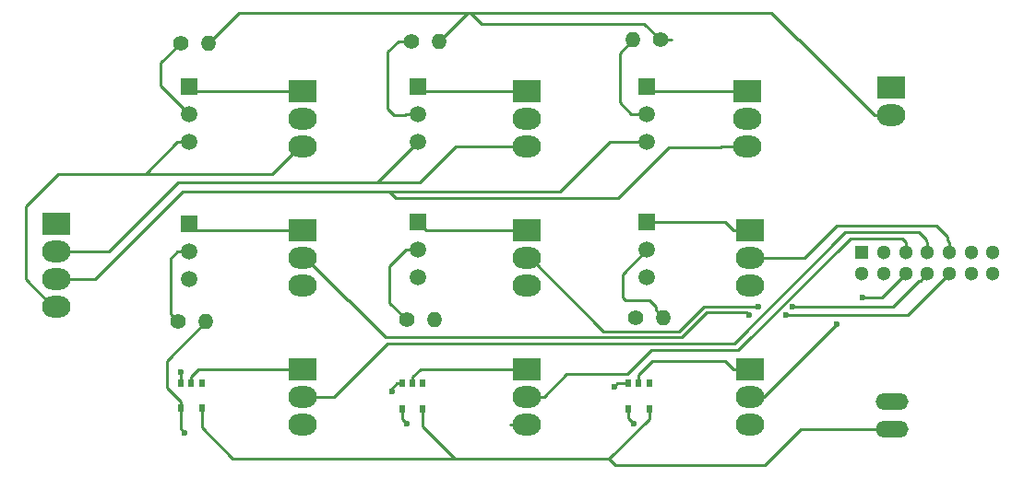
<source format=gbr>
G04 #@! TF.GenerationSoftware,KiCad,Pcbnew,(5.0.0)*
G04 #@! TF.CreationDate,2018-08-01T11:46:43+01:00*
G04 #@! TF.ProjectId,blanking,626C616E6B696E672E6B696361645F70,rev?*
G04 #@! TF.SameCoordinates,Original*
G04 #@! TF.FileFunction,Copper,L1,Top,Signal*
G04 #@! TF.FilePolarity,Positive*
%FSLAX46Y46*%
G04 Gerber Fmt 4.6, Leading zero omitted, Abs format (unit mm)*
G04 Created by KiCad (PCBNEW (5.0.0)) date 08/01/18 11:46:43*
%MOMM*%
%LPD*%
G01*
G04 APERTURE LIST*
G04 #@! TA.AperFunction,ComponentPad*
%ADD10R,2.600000X2.000000*%
G04 #@! TD*
G04 #@! TA.AperFunction,ComponentPad*
%ADD11O,2.600000X2.000000*%
G04 #@! TD*
G04 #@! TA.AperFunction,SMDPad,CuDef*
%ADD12R,0.510000X0.700000*%
G04 #@! TD*
G04 #@! TA.AperFunction,ComponentPad*
%ADD13R,1.300000X1.300000*%
G04 #@! TD*
G04 #@! TA.AperFunction,ComponentPad*
%ADD14C,1.300000*%
G04 #@! TD*
G04 #@! TA.AperFunction,ComponentPad*
%ADD15O,3.010000X1.510000*%
G04 #@! TD*
G04 #@! TA.AperFunction,ComponentPad*
%ADD16C,1.520000*%
G04 #@! TD*
G04 #@! TA.AperFunction,ComponentPad*
%ADD17R,1.520000X1.520000*%
G04 #@! TD*
G04 #@! TA.AperFunction,ComponentPad*
%ADD18C,1.400000*%
G04 #@! TD*
G04 #@! TA.AperFunction,ComponentPad*
%ADD19O,1.400000X1.400000*%
G04 #@! TD*
G04 #@! TA.AperFunction,ViaPad*
%ADD20C,0.600000*%
G04 #@! TD*
G04 #@! TA.AperFunction,Conductor*
%ADD21C,0.250000*%
G04 #@! TD*
G04 APERTURE END LIST*
D10*
G04 #@! TO.P,J8_Green_Enab,1*
G04 #@! TO.N,Net-(J8-Pad1)*
X242450000Y-61275000D03*
D11*
G04 #@! TO.P,J8_Green_Enab,2*
G04 #@! TO.N,Net-(J5-Pad9)*
X242450000Y-63815000D03*
G04 #@! TO.P,J8_Green_Enab,3*
G04 #@! TO.N,Net-(J12-Pad2)*
X242450000Y-66355000D03*
G04 #@! TD*
D10*
G04 #@! TO.P,J12_green_blank,1*
G04 #@! TO.N,Net-(J12-Pad1)*
X242200000Y-48525000D03*
D11*
G04 #@! TO.P,J12_green_blank,2*
G04 #@! TO.N,Net-(J12-Pad2)*
X242200000Y-51065000D03*
G04 #@! TO.P,J12_green_blank,3*
G04 #@! TO.N,Net-(J12-Pad3)*
X242200000Y-53605000D03*
G04 #@! TD*
D12*
G04 #@! TO.P,U2,1*
G04 #@! TO.N,N/C*
X212400000Y-75365000D03*
G04 #@! TO.P,U2,2*
G04 #@! TO.N,Net-(J3-Pad1)*
X211450000Y-75365000D03*
G04 #@! TO.P,U2,3*
G04 #@! TO.N,GND*
X210500000Y-75365000D03*
G04 #@! TO.P,U2,4*
G04 #@! TO.N,Net-(J3-Pad3)*
X210500000Y-77685000D03*
G04 #@! TO.P,U2,5*
G04 #@! TO.N,Net-(J14-Pad1)*
X212400000Y-77685000D03*
G04 #@! TD*
D10*
G04 #@! TO.P,J1_Blue_enab,1*
G04 #@! TO.N,Net-(J1-Pad1)*
X201350000Y-74075000D03*
D11*
G04 #@! TO.P,J1_Blue_enab,2*
G04 #@! TO.N,Net-(J1-Pad2)*
X201350000Y-76615000D03*
G04 #@! TO.P,J1_Blue_enab,3*
G04 #@! TO.N,Net-(J1-Pad3)*
X201350000Y-79155000D03*
G04 #@! TD*
D10*
G04 #@! TO.P,J2_Green_PWM,1*
G04 #@! TO.N,Net-(J2-Pad1)*
X242450000Y-74025000D03*
D11*
G04 #@! TO.P,J2_Green_PWM,2*
G04 #@! TO.N,Net-(J2-Pad2)*
X242450000Y-76565000D03*
G04 #@! TO.P,J2_Green_PWM,3*
G04 #@! TO.N,Net-(J2-Pad3)*
X242450000Y-79105000D03*
G04 #@! TD*
D10*
G04 #@! TO.P,J3_Red_PWM,1*
G04 #@! TO.N,Net-(J3-Pad1)*
X221950000Y-74025000D03*
D11*
G04 #@! TO.P,J3_Red_PWM,2*
G04 #@! TO.N,Net-(J3-Pad2)*
X221950000Y-76565000D03*
G04 #@! TO.P,J3_Red_PWM,3*
G04 #@! TO.N,Net-(J3-Pad3)*
X221950000Y-79105000D03*
G04 #@! TD*
D13*
G04 #@! TO.P,J5,1*
G04 #@! TO.N,Net-(J5-Pad1)*
X252700000Y-63275000D03*
D14*
G04 #@! TO.P,J5,3*
G04 #@! TO.N,Net-(J5-Pad3)*
X254700000Y-63275000D03*
G04 #@! TO.P,J5,5*
G04 #@! TO.N,Net-(J3-Pad2)*
X256700000Y-63275000D03*
G04 #@! TO.P,J5,7*
G04 #@! TO.N,Net-(J1-Pad2)*
X258700000Y-63275000D03*
G04 #@! TO.P,J5,9*
G04 #@! TO.N,Net-(J5-Pad9)*
X260700000Y-63275000D03*
G04 #@! TO.P,J5,11*
G04 #@! TO.N,Net-(J5-Pad11)*
X262700000Y-63275000D03*
G04 #@! TO.P,J5,13*
G04 #@! TO.N,GND*
X264700000Y-63275000D03*
G04 #@! TO.P,J5,2*
G04 #@! TO.N,Net-(J5-Pad2)*
X252700000Y-65275000D03*
G04 #@! TO.P,J5,4*
G04 #@! TO.N,Net-(J5-Pad4)*
X254700000Y-65275000D03*
G04 #@! TO.P,J5,6*
G04 #@! TO.N,Net-(J2-Pad2)*
X256700000Y-65275000D03*
G04 #@! TO.P,J5,8*
G04 #@! TO.N,Net-(J5-Pad8)*
X258700000Y-65275000D03*
G04 #@! TO.P,J5,10*
G04 #@! TO.N,Net-(J5-Pad10)*
X260700000Y-65275000D03*
G04 #@! TO.P,J5,12*
G04 #@! TO.N,GND*
X262700000Y-65275000D03*
G04 #@! TO.P,J5,14*
X264700000Y-65275000D03*
G04 #@! TD*
D10*
G04 #@! TO.P,J6_Blue_Enab,1*
G04 #@! TO.N,Net-(J6-Pad1)*
X201350000Y-61275000D03*
D11*
G04 #@! TO.P,J6_Blue_Enab,2*
G04 #@! TO.N,Net-(J5-Pad10)*
X201350000Y-63815000D03*
G04 #@! TO.P,J6_Blue_Enab,3*
G04 #@! TO.N,Net-(J11-Pad2)*
X201350000Y-66355000D03*
G04 #@! TD*
D10*
G04 #@! TO.P,J7_Red_enab,1*
G04 #@! TO.N,Net-(J7-Pad1)*
X221950000Y-61275000D03*
D11*
G04 #@! TO.P,J7_Red_enab,2*
G04 #@! TO.N,Net-(J5-Pad8)*
X221950000Y-63815000D03*
G04 #@! TO.P,J7_Red_enab,3*
G04 #@! TO.N,Net-(J10-Pad2)*
X221950000Y-66355000D03*
G04 #@! TD*
D10*
G04 #@! TO.P,J9,1*
G04 #@! TO.N,GND*
X255400000Y-48175000D03*
D11*
G04 #@! TO.P,J9,2*
G04 #@! TO.N,Net-(J9-Pad2)*
X255400000Y-50715000D03*
G04 #@! TD*
D10*
G04 #@! TO.P,J10_red_blank,1*
G04 #@! TO.N,Net-(J10-Pad1)*
X221950000Y-48525000D03*
D11*
G04 #@! TO.P,J10_red_blank,2*
G04 #@! TO.N,Net-(J10-Pad2)*
X221950000Y-51065000D03*
G04 #@! TO.P,J10_red_blank,3*
G04 #@! TO.N,Net-(J10-Pad3)*
X221950000Y-53605000D03*
G04 #@! TD*
D10*
G04 #@! TO.P,J11_blue_blank,1*
G04 #@! TO.N,Net-(J11-Pad1)*
X201350000Y-48475000D03*
D11*
G04 #@! TO.P,J11_blue_blank,2*
G04 #@! TO.N,Net-(J11-Pad2)*
X201350000Y-51015000D03*
G04 #@! TO.P,J11_blue_blank,3*
G04 #@! TO.N,Net-(J11-Pad3)*
X201350000Y-53555000D03*
G04 #@! TD*
D10*
G04 #@! TO.P,J13,1*
G04 #@! TO.N,GND*
X178750000Y-60675000D03*
D11*
G04 #@! TO.P,J13,2*
G04 #@! TO.N,Net-(J10-Pad3)*
X178750000Y-63215000D03*
G04 #@! TO.P,J13,3*
G04 #@! TO.N,Net-(J12-Pad3)*
X178750000Y-65755000D03*
G04 #@! TO.P,J13,4*
G04 #@! TO.N,Net-(J11-Pad3)*
X178750000Y-68295000D03*
G04 #@! TD*
D15*
G04 #@! TO.P,J14_inv_vcc,1*
G04 #@! TO.N,Net-(J14-Pad1)*
X255450000Y-79525000D03*
G04 #@! TO.P,J14_inv_vcc,2*
G04 #@! TO.N,GND*
X255450000Y-76985000D03*
G04 #@! TD*
D16*
G04 #@! TO.P,Q1,2*
G04 #@! TO.N,Net-(Q1-Pad2)*
X232950000Y-63065000D03*
G04 #@! TO.P,Q1,3*
G04 #@! TO.N,Net-(J12-Pad2)*
X232950000Y-65605000D03*
D17*
G04 #@! TO.P,Q1,1*
G04 #@! TO.N,Net-(J8-Pad1)*
X232950000Y-60525000D03*
G04 #@! TD*
D16*
G04 #@! TO.P,Q2,2*
G04 #@! TO.N,Net-(Q2-Pad2)*
X190950000Y-63215000D03*
G04 #@! TO.P,Q2,3*
G04 #@! TO.N,Net-(J11-Pad2)*
X190950000Y-65755000D03*
D17*
G04 #@! TO.P,Q2,1*
G04 #@! TO.N,Net-(J6-Pad1)*
X190950000Y-60675000D03*
G04 #@! TD*
D16*
G04 #@! TO.P,Q3,2*
G04 #@! TO.N,Net-(Q3-Pad2)*
X211950000Y-63065000D03*
G04 #@! TO.P,Q3,3*
G04 #@! TO.N,Net-(J10-Pad2)*
X211950000Y-65605000D03*
D17*
G04 #@! TO.P,Q3,1*
G04 #@! TO.N,Net-(J7-Pad1)*
X211950000Y-60525000D03*
G04 #@! TD*
D16*
G04 #@! TO.P,Q4,2*
G04 #@! TO.N,Net-(Q4-Pad2)*
X232950000Y-50565000D03*
G04 #@! TO.P,Q4,3*
G04 #@! TO.N,Net-(J12-Pad3)*
X232950000Y-53105000D03*
D17*
G04 #@! TO.P,Q4,1*
G04 #@! TO.N,Net-(J12-Pad1)*
X232950000Y-48025000D03*
G04 #@! TD*
D16*
G04 #@! TO.P,Q5,2*
G04 #@! TO.N,Net-(Q5-Pad2)*
X211950000Y-50565000D03*
G04 #@! TO.P,Q5,3*
G04 #@! TO.N,Net-(J10-Pad3)*
X211950000Y-53105000D03*
D17*
G04 #@! TO.P,Q5,1*
G04 #@! TO.N,Net-(J10-Pad1)*
X211950000Y-48025000D03*
G04 #@! TD*
D16*
G04 #@! TO.P,Q6,2*
G04 #@! TO.N,Net-(Q6-Pad2)*
X190950000Y-50615000D03*
G04 #@! TO.P,Q6,3*
G04 #@! TO.N,Net-(J11-Pad3)*
X190950000Y-53155000D03*
D17*
G04 #@! TO.P,Q6,1*
G04 #@! TO.N,Net-(J11-Pad1)*
X190950000Y-48075000D03*
G04 #@! TD*
D18*
G04 #@! TO.P,R1 270,1*
G04 #@! TO.N,Net-(Q2-Pad2)*
X189950000Y-69675000D03*
D19*
G04 #@! TO.P,R1 270,2*
G04 #@! TO.N,Net-(J1-Pad3)*
X192490000Y-69675000D03*
G04 #@! TD*
D18*
G04 #@! TO.P,R2 270,1*
G04 #@! TO.N,Net-(Q3-Pad2)*
X210950000Y-69525000D03*
D19*
G04 #@! TO.P,R2 270,2*
G04 #@! TO.N,Net-(J3-Pad3)*
X213490000Y-69525000D03*
G04 #@! TD*
D18*
G04 #@! TO.P,R3 270,1*
G04 #@! TO.N,Net-(J2-Pad3)*
X231950000Y-69275000D03*
D19*
G04 #@! TO.P,R3 270,2*
G04 #@! TO.N,Net-(Q1-Pad2)*
X234490000Y-69275000D03*
G04 #@! TD*
D18*
G04 #@! TO.P,R4 270,1*
G04 #@! TO.N,Net-(J9-Pad2)*
X234200000Y-43775000D03*
D19*
G04 #@! TO.P,R4 270,2*
G04 #@! TO.N,Net-(Q4-Pad2)*
X231660000Y-43775000D03*
G04 #@! TD*
D18*
G04 #@! TO.P,R5 270,1*
G04 #@! TO.N,Net-(Q6-Pad2)*
X190150000Y-44075000D03*
D19*
G04 #@! TO.P,R5 270,2*
G04 #@! TO.N,Net-(J9-Pad2)*
X192690000Y-44075000D03*
G04 #@! TD*
D18*
G04 #@! TO.P,R6 270,1*
G04 #@! TO.N,Net-(Q5-Pad2)*
X211350000Y-43875000D03*
D19*
G04 #@! TO.P,R6 270,2*
G04 #@! TO.N,Net-(J9-Pad2)*
X213890000Y-43875000D03*
G04 #@! TD*
D12*
G04 #@! TO.P,U1,1*
G04 #@! TO.N,N/C*
X192100000Y-75315000D03*
G04 #@! TO.P,U1,2*
G04 #@! TO.N,Net-(J1-Pad1)*
X191150000Y-75315000D03*
G04 #@! TO.P,U1,3*
G04 #@! TO.N,GND*
X190200000Y-75315000D03*
G04 #@! TO.P,U1,4*
G04 #@! TO.N,Net-(J1-Pad3)*
X190200000Y-77635000D03*
G04 #@! TO.P,U1,5*
G04 #@! TO.N,Net-(J14-Pad1)*
X192100000Y-77635000D03*
G04 #@! TD*
G04 #@! TO.P,U3,1*
G04 #@! TO.N,N/C*
X233150000Y-75365000D03*
G04 #@! TO.P,U3,2*
G04 #@! TO.N,Net-(J2-Pad1)*
X232200000Y-75365000D03*
G04 #@! TO.P,U3,3*
G04 #@! TO.N,GND*
X231250000Y-75365000D03*
G04 #@! TO.P,U3,4*
G04 #@! TO.N,Net-(J2-Pad3)*
X231250000Y-77685000D03*
G04 #@! TO.P,U3,5*
G04 #@! TO.N,Net-(J14-Pad1)*
X233150000Y-77685000D03*
G04 #@! TD*
D20*
G04 #@! TO.N,Net-(J1-Pad3)*
X190550000Y-79875000D03*
G04 #@! TO.N,Net-(J2-Pad2)*
X252750000Y-67475000D03*
X250350000Y-69875000D03*
G04 #@! TO.N,Net-(J2-Pad3)*
X231750000Y-79075000D03*
G04 #@! TO.N,Net-(J3-Pad3)*
X210950000Y-79075000D03*
G04 #@! TO.N,GND*
X229950000Y-75675000D03*
X209550000Y-76075000D03*
X190150000Y-74275000D03*
G04 #@! TO.N,Net-(J5-Pad8)*
X246350000Y-68275000D03*
X243150000Y-68275000D03*
G04 #@! TO.N,Net-(J5-Pad10)*
X245750000Y-69075000D03*
X242350000Y-69075000D03*
G04 #@! TD*
D21*
G04 #@! TO.N,Net-(J1-Pad1)*
X191150000Y-74715000D02*
X191150000Y-75315000D01*
X191790000Y-74075000D02*
X191150000Y-74715000D01*
X201350000Y-74075000D02*
X191790000Y-74075000D01*
G04 #@! TO.N,Net-(J1-Pad2)*
X258700000Y-62355762D02*
X258619238Y-62275000D01*
X258700000Y-63275000D02*
X258700000Y-62355762D01*
X258619238Y-62275000D02*
X258619238Y-62144238D01*
X258619238Y-62144238D02*
X257950000Y-61475000D01*
X257950000Y-61475000D02*
X251150000Y-61475000D01*
X251150000Y-61475000D02*
X240950000Y-71675000D01*
X240950000Y-71675000D02*
X209150000Y-71675000D01*
X204210000Y-76615000D02*
X201350000Y-76615000D01*
X209150000Y-71675000D02*
X204210000Y-76615000D01*
G04 #@! TO.N,Net-(J1-Pad3)*
X192490000Y-69675000D02*
X188890000Y-73275000D01*
X190200000Y-77035000D02*
X190200000Y-77635000D01*
X188890000Y-75725000D02*
X190200000Y-77035000D01*
X188890000Y-73275000D02*
X188890000Y-75725000D01*
X190550000Y-79875000D02*
X190150000Y-79475000D01*
X190200000Y-79425000D02*
X190200000Y-77635000D01*
X190150000Y-79475000D02*
X190200000Y-79425000D01*
G04 #@! TO.N,Net-(J2-Pad1)*
X240900000Y-74025000D02*
X240150000Y-73275000D01*
X242450000Y-74025000D02*
X240900000Y-74025000D01*
X240150000Y-73275000D02*
X233450000Y-73275000D01*
X232200000Y-74525000D02*
X232200000Y-75365000D01*
X233450000Y-73275000D02*
X232200000Y-74525000D01*
G04 #@! TO.N,Net-(J2-Pad2)*
X256700000Y-65275000D02*
X254500000Y-67475000D01*
X254500000Y-67475000D02*
X252750000Y-67475000D01*
X243660000Y-76565000D02*
X242450000Y-76565000D01*
X250350000Y-69875000D02*
X243660000Y-76565000D01*
G04 #@! TO.N,Net-(J2-Pad3)*
X231250000Y-78575000D02*
X231750000Y-79075000D01*
X231250000Y-77685000D02*
X231250000Y-78575000D01*
G04 #@! TO.N,Net-(J3-Pad1)*
X220400000Y-74025000D02*
X221950000Y-74025000D01*
X212190000Y-74025000D02*
X220400000Y-74025000D01*
X211450000Y-74765000D02*
X212190000Y-74025000D01*
X211450000Y-75365000D02*
X211450000Y-74765000D01*
G04 #@! TO.N,Net-(J3-Pad2)*
X223500000Y-76565000D02*
X221950000Y-76565000D01*
X225590000Y-74475000D02*
X223500000Y-76565000D01*
X231150000Y-74475000D02*
X225590000Y-74475000D01*
X256700000Y-63275000D02*
X256700000Y-62355762D01*
X256700000Y-62355762D02*
X256350000Y-62005762D01*
X256350000Y-62005762D02*
X251619238Y-62005762D01*
X251619238Y-62005762D02*
X241350000Y-72275000D01*
X241350000Y-72275000D02*
X233350000Y-72275000D01*
X233350000Y-72275000D02*
X231150000Y-74475000D01*
G04 #@! TO.N,Net-(J3-Pad3)*
X221950000Y-79105000D02*
X220400000Y-79105000D01*
X210500000Y-78625000D02*
X210500000Y-77685000D01*
X210950000Y-79075000D02*
X210500000Y-78625000D01*
G04 #@! TO.N,GND*
X231250000Y-75365000D02*
X230260000Y-75365000D01*
X230260000Y-75365000D02*
X229950000Y-75675000D01*
X209995000Y-75365000D02*
X209550000Y-75810000D01*
X210500000Y-75365000D02*
X209995000Y-75365000D01*
X209550000Y-75810000D02*
X209550000Y-76075000D01*
X190200000Y-74715000D02*
X190150000Y-74665000D01*
X190200000Y-75315000D02*
X190200000Y-74715000D01*
X190150000Y-74665000D02*
X190150000Y-74275000D01*
G04 #@! TO.N,Net-(J6-Pad1)*
X191550000Y-61275000D02*
X190950000Y-60675000D01*
X201350000Y-61275000D02*
X191550000Y-61275000D01*
G04 #@! TO.N,Net-(J7-Pad1)*
X212700000Y-61275000D02*
X211950000Y-60525000D01*
X221950000Y-61275000D02*
X212700000Y-61275000D01*
G04 #@! TO.N,Net-(J8-Pad1)*
X242450000Y-61275000D02*
X240900000Y-61275000D01*
X240150000Y-60525000D02*
X232950000Y-60525000D01*
X240900000Y-61275000D02*
X240150000Y-60525000D01*
G04 #@! TO.N,Net-(J9-Pad2)*
X235189949Y-43775000D02*
X234200000Y-43775000D01*
X195490000Y-41275000D02*
X192690000Y-44075000D01*
X246850000Y-43775000D02*
X244350000Y-41275000D01*
X246910000Y-43775000D02*
X246850000Y-43775000D01*
X255400000Y-50715000D02*
X253850000Y-50715000D01*
X253850000Y-50715000D02*
X246910000Y-43775000D01*
X216490000Y-41275000D02*
X213890000Y-43875000D01*
X216950000Y-41275000D02*
X216490000Y-41275000D01*
X244350000Y-41275000D02*
X216950000Y-41275000D01*
X216550000Y-41275000D02*
X216750000Y-41275000D01*
X216550000Y-41275000D02*
X195490000Y-41275000D01*
X216950000Y-41275000D02*
X216550000Y-41275000D01*
X216750000Y-41275000D02*
X217750000Y-42275000D01*
X232700000Y-42275000D02*
X234200000Y-43775000D01*
X217750000Y-42275000D02*
X232700000Y-42275000D01*
G04 #@! TO.N,Net-(J10-Pad1)*
X212450000Y-48525000D02*
X211950000Y-48025000D01*
X221950000Y-48525000D02*
X212450000Y-48525000D01*
G04 #@! TO.N,Net-(J10-Pad3)*
X221950000Y-53605000D02*
X215420000Y-53605000D01*
X215420000Y-53605000D02*
X212150000Y-56875000D01*
X183610000Y-63215000D02*
X178750000Y-63215000D01*
X189950000Y-56875000D02*
X183610000Y-63215000D01*
X201550000Y-56875000D02*
X189950000Y-56875000D01*
X212150000Y-56875000D02*
X201550000Y-56875000D01*
X208180000Y-56875000D02*
X211950000Y-53105000D01*
X201550000Y-56875000D02*
X208180000Y-56875000D01*
G04 #@! TO.N,Net-(J11-Pad1)*
X191350000Y-48475000D02*
X190950000Y-48075000D01*
X201350000Y-48475000D02*
X191350000Y-48475000D01*
G04 #@! TO.N,Net-(J11-Pad3)*
X178450000Y-68295000D02*
X178750000Y-68295000D01*
X201350000Y-53555000D02*
X201070000Y-53555000D01*
X201070000Y-53555000D02*
X198550000Y-56075000D01*
X178950000Y-56075000D02*
X175950000Y-59075000D01*
X175950000Y-59075000D02*
X175950000Y-65795000D01*
X175950000Y-65795000D02*
X178450000Y-68295000D01*
X186955198Y-56075000D02*
X179150000Y-56075000D01*
X189875198Y-53155000D02*
X186955198Y-56075000D01*
X190950000Y-53155000D02*
X189875198Y-53155000D01*
X198550000Y-56075000D02*
X179150000Y-56075000D01*
X179150000Y-56075000D02*
X178950000Y-56075000D01*
G04 #@! TO.N,Net-(J12-Pad1)*
X233450000Y-48525000D02*
X232950000Y-48025000D01*
X242200000Y-48525000D02*
X233450000Y-48525000D01*
G04 #@! TO.N,Net-(J12-Pad3)*
X182270000Y-65755000D02*
X178750000Y-65755000D01*
X190350000Y-57675000D02*
X182270000Y-65755000D01*
X232950000Y-53105000D02*
X229520000Y-53105000D01*
X229520000Y-53105000D02*
X224950000Y-57675000D01*
X242200000Y-53605000D02*
X239820000Y-53605000D01*
X239820000Y-53605000D02*
X239750000Y-53675000D01*
X239750000Y-53675000D02*
X234950000Y-53675000D01*
X234950000Y-53675000D02*
X230350000Y-58275000D01*
X209950000Y-58275000D02*
X209350000Y-57675000D01*
X230350000Y-58275000D02*
X209950000Y-58275000D01*
X224950000Y-57675000D02*
X209350000Y-57675000D01*
X209350000Y-57675000D02*
X190350000Y-57675000D01*
G04 #@! TO.N,Net-(J14-Pad1)*
X191950000Y-77785000D02*
X192100000Y-77635000D01*
X192100000Y-79425000D02*
X192100000Y-77635000D01*
X233150000Y-78600002D02*
X229475002Y-82275000D01*
X233150000Y-77685000D02*
X233150000Y-78600002D01*
X229475002Y-82275000D02*
X216950000Y-82275000D01*
X216950000Y-82275000D02*
X215350000Y-82275000D01*
X212400000Y-79325000D02*
X212400000Y-77685000D01*
X215350000Y-82275000D02*
X212400000Y-79325000D01*
X194950000Y-82275000D02*
X192100000Y-79425000D01*
X215350000Y-82275000D02*
X194950000Y-82275000D01*
X255450000Y-79525000D02*
X247100000Y-79525000D01*
X247100000Y-79525000D02*
X243750000Y-82875000D01*
X230075002Y-82875000D02*
X229475002Y-82275000D01*
X243750000Y-82875000D02*
X230075002Y-82875000D01*
G04 #@! TO.N,Net-(Q1-Pad2)*
X233790001Y-68575001D02*
X233790001Y-68315001D01*
X230700000Y-65315000D02*
X232950000Y-63065000D01*
X234490000Y-69275000D02*
X233790001Y-68575001D01*
X233790001Y-68315001D02*
X233150000Y-67675000D01*
X233150000Y-67675000D02*
X230950000Y-67675000D01*
X230950000Y-67675000D02*
X230700000Y-67425000D01*
X230700000Y-67425000D02*
X230700000Y-65315000D01*
G04 #@! TO.N,Net-(Q2-Pad2)*
X189875198Y-63215000D02*
X189215198Y-63875000D01*
X190950000Y-63215000D02*
X189875198Y-63215000D01*
X189215198Y-68940198D02*
X189950000Y-69675000D01*
X189215198Y-63875000D02*
X189215198Y-68940198D01*
G04 #@! TO.N,Net-(Q3-Pad2)*
X210875198Y-63065000D02*
X209350000Y-64590198D01*
X211950000Y-63065000D02*
X210875198Y-63065000D01*
X209350000Y-67925000D02*
X210950000Y-69525000D01*
X209350000Y-64590198D02*
X209350000Y-67925000D01*
G04 #@! TO.N,Net-(Q4-Pad2)*
X232950000Y-50565000D02*
X231490000Y-50565000D01*
X231490000Y-50565000D02*
X230450000Y-49525000D01*
X230450000Y-44985000D02*
X231660000Y-43775000D01*
X230450000Y-49525000D02*
X230450000Y-44985000D01*
G04 #@! TO.N,Net-(Q5-Pad2)*
X210875198Y-50565000D02*
X210765198Y-50675000D01*
X210765198Y-50675000D02*
X209750000Y-50675000D01*
X209750000Y-50675000D02*
X209150000Y-50075000D01*
X211950000Y-50565000D02*
X210875198Y-50565000D01*
X209150000Y-50075000D02*
X209150000Y-44875000D01*
X210150000Y-43875000D02*
X211350000Y-43875000D01*
X209150000Y-44875000D02*
X210150000Y-43875000D01*
G04 #@! TO.N,Net-(Q6-Pad2)*
X190150000Y-44075000D02*
X188350000Y-45875000D01*
X188350000Y-48015000D02*
X190950000Y-50615000D01*
X188350000Y-45875000D02*
X188350000Y-48015000D01*
G04 #@! TO.N,Net-(J5-Pad9)*
X260700000Y-62355762D02*
X260550000Y-62205762D01*
X260700000Y-63275000D02*
X260700000Y-62355762D01*
X247410000Y-63815000D02*
X242450000Y-63815000D01*
X260550000Y-62205762D02*
X260550000Y-61875000D01*
X260550000Y-61875000D02*
X259550000Y-60875000D01*
X259550000Y-60875000D02*
X250350000Y-60875000D01*
X250350000Y-60875000D02*
X247410000Y-63815000D01*
G04 #@! TO.N,Net-(J5-Pad8)*
X258050001Y-65924999D02*
X257900001Y-65924999D01*
X258700000Y-65275000D02*
X258050001Y-65924999D01*
X257900001Y-65924999D02*
X255550000Y-68275000D01*
X255550000Y-68275000D02*
X246350000Y-68275000D01*
X243150000Y-68275000D02*
X238150000Y-68275000D01*
X222250000Y-63815000D02*
X221950000Y-63815000D01*
X228985001Y-70550001D02*
X222250000Y-63815000D01*
X235874999Y-70550001D02*
X228985001Y-70550001D01*
X238150000Y-68275000D02*
X235874999Y-70550001D01*
G04 #@! TO.N,Net-(J5-Pad10)*
X260700000Y-65275000D02*
X256900000Y-69075000D01*
X256900000Y-69075000D02*
X245750000Y-69075000D01*
X242050001Y-68775001D02*
X238449999Y-68775001D01*
X242350000Y-69075000D02*
X242050001Y-68775001D01*
X238449999Y-68775001D02*
X236150000Y-71075000D01*
X236150000Y-71075000D02*
X208950000Y-71075000D01*
X208950000Y-71075000D02*
X205550000Y-67675000D01*
X201650000Y-63815000D02*
X201350000Y-63815000D01*
X205510000Y-67675000D02*
X201650000Y-63815000D01*
X205550000Y-67675000D02*
X205510000Y-67675000D01*
G04 #@! TD*
M02*

</source>
